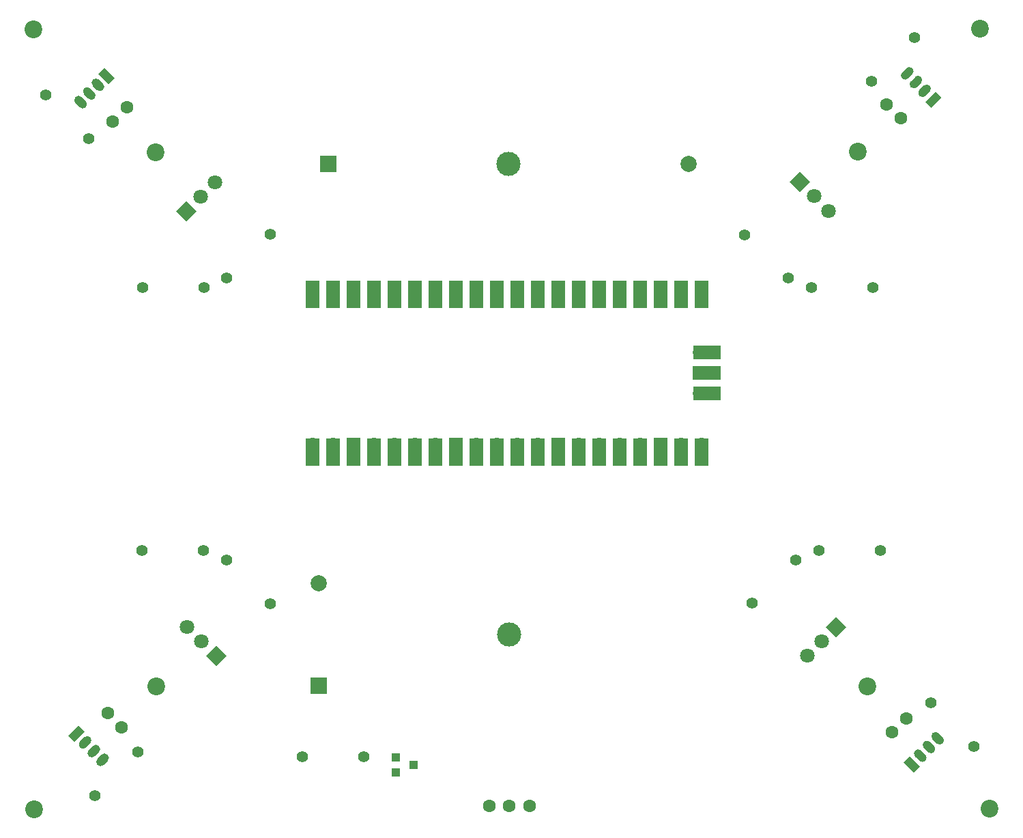
<source format=gbs>
G04 #@! TF.GenerationSoftware,KiCad,Pcbnew,(5.1.9)-1*
G04 #@! TF.CreationDate,2022-06-27T18:25:20-05:00*
G04 #@! TF.ProjectId,hom3c0ming_corsage,686f6d33-6330-46d6-996e-675f636f7273,4*
G04 #@! TF.SameCoordinates,Original*
G04 #@! TF.FileFunction,Soldermask,Bot*
G04 #@! TF.FilePolarity,Negative*
%FSLAX46Y46*%
G04 Gerber Fmt 4.6, Leading zero omitted, Abs format (unit mm)*
G04 Created by KiCad (PCBNEW (5.1.9)-1) date 2022-06-27 18:25:20*
%MOMM*%
%LPD*%
G01*
G04 APERTURE LIST*
%ADD10C,1.800000*%
%ADD11C,0.100000*%
%ADD12C,2.200000*%
%ADD13C,3.000000*%
%ADD14C,2.000000*%
%ADD15R,2.000000X2.000000*%
%ADD16C,1.600000*%
%ADD17O,1.700000X1.700000*%
%ADD18R,1.700000X1.700000*%
%ADD19R,1.700000X3.500000*%
%ADD20R,3.500000X1.700000*%
%ADD21R,1.100000X1.000000*%
%ADD22C,1.400000*%
G04 APERTURE END LIST*
D10*
X103464902Y-58333098D03*
X101668851Y-60129149D03*
D11*
G36*
X99872800Y-63197992D02*
G01*
X98600008Y-61925200D01*
X99872800Y-60652408D01*
X101145592Y-61925200D01*
X99872800Y-63197992D01*
G37*
D10*
X179588702Y-61859702D03*
X177792651Y-60063651D03*
D11*
G36*
X174723808Y-58267600D02*
G01*
X175996600Y-56994808D01*
X177269392Y-58267600D01*
X175996600Y-59540392D01*
X174723808Y-58267600D01*
G37*
D10*
X176897498Y-117028502D03*
X178693549Y-115232451D03*
D11*
G36*
X180489600Y-112163608D02*
G01*
X181762392Y-113436400D01*
X180489600Y-114709192D01*
X179216808Y-113436400D01*
X180489600Y-112163608D01*
G37*
D10*
X99989098Y-113425698D03*
X101785149Y-115221749D03*
D11*
G36*
X104853992Y-117017800D02*
G01*
X103581200Y-118290592D01*
X102308408Y-117017800D01*
X103581200Y-115745008D01*
X104853992Y-117017800D01*
G37*
G36*
X191547933Y-48325725D02*
G01*
X192820725Y-47052933D01*
X193577329Y-47809537D01*
X192304537Y-49082329D01*
X191547933Y-48325725D01*
G37*
G36*
G01*
X190848604Y-46869792D02*
X191364792Y-46353604D01*
G75*
G02*
X192121396Y-46353604I378302J-378302D01*
G01*
X192121396Y-46353604D01*
G75*
G02*
X192121396Y-47110208I-378302J-378302D01*
G01*
X191605208Y-47626396D01*
G75*
G02*
X190848604Y-47626396I-378302J378302D01*
G01*
X190848604Y-47626396D01*
G75*
G02*
X190848604Y-46869792I378302J378302D01*
G01*
G37*
G36*
G01*
X189770973Y-45792161D02*
X190287161Y-45275973D01*
G75*
G02*
X191043765Y-45275973I378302J-378302D01*
G01*
X191043765Y-45275973D01*
G75*
G02*
X191043765Y-46032577I-378302J-378302D01*
G01*
X190527577Y-46548765D01*
G75*
G02*
X189770973Y-46548765I-378302J378302D01*
G01*
X189770973Y-46548765D01*
G75*
G02*
X189770973Y-45792161I378302J378302D01*
G01*
G37*
G36*
G01*
X188693342Y-44714530D02*
X189209530Y-44198342D01*
G75*
G02*
X189966134Y-44198342I378302J-378302D01*
G01*
X189966134Y-44198342D01*
G75*
G02*
X189966134Y-44954946I-378302J-378302D01*
G01*
X189449946Y-45471134D01*
G75*
G02*
X188693342Y-45471134I-378302J378302D01*
G01*
X188693342Y-45471134D01*
G75*
G02*
X188693342Y-44714530I378302J378302D01*
G01*
G37*
G36*
X90263579Y-46184213D02*
G01*
X88990787Y-44911421D01*
X89747391Y-44154817D01*
X91020183Y-45427609D01*
X90263579Y-46184213D01*
G37*
G36*
G01*
X88807646Y-46883542D02*
X88291458Y-46367354D01*
G75*
G02*
X88291458Y-45610750I378302J378302D01*
G01*
X88291458Y-45610750D01*
G75*
G02*
X89048062Y-45610750I378302J-378302D01*
G01*
X89564250Y-46126938D01*
G75*
G02*
X89564250Y-46883542I-378302J-378302D01*
G01*
X89564250Y-46883542D01*
G75*
G02*
X88807646Y-46883542I-378302J378302D01*
G01*
G37*
G36*
G01*
X87730015Y-47961173D02*
X87213827Y-47444985D01*
G75*
G02*
X87213827Y-46688381I378302J378302D01*
G01*
X87213827Y-46688381D01*
G75*
G02*
X87970431Y-46688381I378302J-378302D01*
G01*
X88486619Y-47204569D01*
G75*
G02*
X88486619Y-47961173I-378302J-378302D01*
G01*
X88486619Y-47961173D01*
G75*
G02*
X87730015Y-47961173I-378302J378302D01*
G01*
G37*
G36*
G01*
X86652384Y-49038804D02*
X86136196Y-48522616D01*
G75*
G02*
X86136196Y-47766012I378302J378302D01*
G01*
X86136196Y-47766012D01*
G75*
G02*
X86892800Y-47766012I378302J-378302D01*
G01*
X87408988Y-48282200D01*
G75*
G02*
X87408988Y-49038804I-378302J-378302D01*
G01*
X87408988Y-49038804D01*
G75*
G02*
X86652384Y-49038804I-378302J378302D01*
G01*
G37*
G36*
X189612421Y-129482187D02*
G01*
X190885213Y-130754979D01*
X190128609Y-131511583D01*
X188855817Y-130238791D01*
X189612421Y-129482187D01*
G37*
G36*
G01*
X191068354Y-128782858D02*
X191584542Y-129299046D01*
G75*
G02*
X191584542Y-130055650I-378302J-378302D01*
G01*
X191584542Y-130055650D01*
G75*
G02*
X190827938Y-130055650I-378302J378302D01*
G01*
X190311750Y-129539462D01*
G75*
G02*
X190311750Y-128782858I378302J378302D01*
G01*
X190311750Y-128782858D01*
G75*
G02*
X191068354Y-128782858I378302J-378302D01*
G01*
G37*
G36*
G01*
X192145985Y-127705227D02*
X192662173Y-128221415D01*
G75*
G02*
X192662173Y-128978019I-378302J-378302D01*
G01*
X192662173Y-128978019D01*
G75*
G02*
X191905569Y-128978019I-378302J378302D01*
G01*
X191389381Y-128461831D01*
G75*
G02*
X191389381Y-127705227I378302J378302D01*
G01*
X191389381Y-127705227D01*
G75*
G02*
X192145985Y-127705227I378302J-378302D01*
G01*
G37*
G36*
G01*
X193223616Y-126627596D02*
X193739804Y-127143784D01*
G75*
G02*
X193739804Y-127900388I-378302J-378302D01*
G01*
X193739804Y-127900388D01*
G75*
G02*
X192983200Y-127900388I-378302J378302D01*
G01*
X192467012Y-127384200D01*
G75*
G02*
X192467012Y-126627596I378302J378302D01*
G01*
X192467012Y-126627596D01*
G75*
G02*
X193223616Y-126627596I378302J-378302D01*
G01*
G37*
G36*
X87276836Y-126440844D02*
G01*
X86004044Y-127713636D01*
X85247440Y-126957032D01*
X86520232Y-125684240D01*
X87276836Y-126440844D01*
G37*
G36*
G01*
X87976165Y-127896777D02*
X87459977Y-128412965D01*
G75*
G02*
X86703373Y-128412965I-378302J378302D01*
G01*
X86703373Y-128412965D01*
G75*
G02*
X86703373Y-127656361I378302J378302D01*
G01*
X87219561Y-127140173D01*
G75*
G02*
X87976165Y-127140173I378302J-378302D01*
G01*
X87976165Y-127140173D01*
G75*
G02*
X87976165Y-127896777I-378302J-378302D01*
G01*
G37*
G36*
G01*
X89053796Y-128974408D02*
X88537608Y-129490596D01*
G75*
G02*
X87781004Y-129490596I-378302J378302D01*
G01*
X87781004Y-129490596D01*
G75*
G02*
X87781004Y-128733992I378302J378302D01*
G01*
X88297192Y-128217804D01*
G75*
G02*
X89053796Y-128217804I378302J-378302D01*
G01*
X89053796Y-128217804D01*
G75*
G02*
X89053796Y-128974408I-378302J-378302D01*
G01*
G37*
G36*
G01*
X90131427Y-130052039D02*
X89615239Y-130568227D01*
G75*
G02*
X88858635Y-130568227I-378302J378302D01*
G01*
X88858635Y-130568227D01*
G75*
G02*
X88858635Y-129811623I378302J378302D01*
G01*
X89374823Y-129295435D01*
G75*
G02*
X90131427Y-129295435I378302J-378302D01*
G01*
X90131427Y-129295435D01*
G75*
G02*
X90131427Y-130052039I-378302J-378302D01*
G01*
G37*
D12*
X96202796Y-120847204D03*
X81000000Y-136050000D03*
X184347204Y-120797204D03*
X199550000Y-136000000D03*
X183197204Y-54502796D03*
X198400000Y-39300000D03*
X96102796Y-54602796D03*
X80900000Y-39400000D03*
D13*
X139855480Y-56022240D03*
D14*
X162205480Y-56022240D03*
D15*
X117505480Y-56022240D03*
D16*
X90735233Y-50789767D03*
X92503000Y-49022000D03*
X188564000Y-50419000D03*
X186796233Y-48651233D03*
X189191567Y-124775033D03*
X187423800Y-126542800D03*
X90119200Y-124155200D03*
X91886967Y-125922967D03*
X139954000Y-135636000D03*
X142454000Y-135636000D03*
X137454000Y-135636000D03*
D14*
X116300000Y-108050000D03*
D15*
X116300000Y-120750000D03*
D13*
X139925000Y-114400000D03*
D17*
X115570000Y-90890000D03*
X118110000Y-90890000D03*
D18*
X120650000Y-90890000D03*
D17*
X123190000Y-90890000D03*
X125730000Y-90890000D03*
X128270000Y-90890000D03*
X130810000Y-90890000D03*
D18*
X133350000Y-90890000D03*
D17*
X135890000Y-90890000D03*
X138430000Y-90890000D03*
X140970000Y-90890000D03*
X143510000Y-90890000D03*
D18*
X146050000Y-90890000D03*
D17*
X148590000Y-90890000D03*
X151130000Y-90890000D03*
X153670000Y-90890000D03*
X156210000Y-90890000D03*
D18*
X158750000Y-90890000D03*
D17*
X161290000Y-90890000D03*
X163830000Y-90890000D03*
X163830000Y-73110000D03*
X161290000Y-73110000D03*
D18*
X158750000Y-73110000D03*
D17*
X156210000Y-73110000D03*
X153670000Y-73110000D03*
X151130000Y-73110000D03*
X148590000Y-73110000D03*
D18*
X146050000Y-73110000D03*
D17*
X143510000Y-73110000D03*
X140970000Y-73110000D03*
X138430000Y-73110000D03*
X135890000Y-73110000D03*
D18*
X133350000Y-73110000D03*
D17*
X130810000Y-73110000D03*
X128270000Y-73110000D03*
X125730000Y-73110000D03*
X123190000Y-73110000D03*
D18*
X120650000Y-73110000D03*
D17*
X118110000Y-73110000D03*
X115570000Y-73110000D03*
D19*
X115570000Y-91790000D03*
X118110000Y-91790000D03*
X120650000Y-91790000D03*
X123190000Y-91790000D03*
X125730000Y-91790000D03*
X128270000Y-91790000D03*
X130810000Y-91790000D03*
X133350000Y-91790000D03*
X135890000Y-91790000D03*
X138430000Y-91790000D03*
X140970000Y-91790000D03*
X143510000Y-91790000D03*
X146050000Y-91790000D03*
X148590000Y-91790000D03*
X151130000Y-91790000D03*
X153670000Y-91790000D03*
X156210000Y-91790000D03*
X158750000Y-91790000D03*
X161290000Y-91790000D03*
X163830000Y-91790000D03*
X115570000Y-72210000D03*
X118110000Y-72210000D03*
X120650000Y-72210000D03*
X123190000Y-72210000D03*
X125730000Y-72210000D03*
X128270000Y-72210000D03*
X130810000Y-72210000D03*
X133350000Y-72210000D03*
X135890000Y-72210000D03*
X138430000Y-72210000D03*
X140970000Y-72210000D03*
X143510000Y-72210000D03*
X146050000Y-72210000D03*
X148590000Y-72210000D03*
X151130000Y-72210000D03*
X153670000Y-72210000D03*
X156210000Y-72210000D03*
X158750000Y-72210000D03*
X161290000Y-72210000D03*
X163830000Y-72210000D03*
D20*
X164500000Y-84540000D03*
D17*
X163600000Y-84540000D03*
D20*
X164500000Y-82000000D03*
D18*
X163600000Y-82000000D03*
D20*
X164500000Y-79460000D03*
D17*
X163600000Y-79460000D03*
D21*
X128100000Y-130556000D03*
X125900000Y-129606000D03*
X125900000Y-131506000D03*
D22*
X114300000Y-129540000D03*
X121920000Y-129540000D03*
X102108000Y-71374000D03*
X94488000Y-71374000D03*
X110280200Y-64770000D03*
X104892046Y-70158154D03*
X169157846Y-64842846D03*
X174546000Y-70231000D03*
X185061600Y-71399400D03*
X177441600Y-71399400D03*
X185969400Y-103962200D03*
X178349400Y-103962200D03*
X170069000Y-110540800D03*
X175457154Y-105152646D03*
X104876600Y-105181400D03*
X110264754Y-110569554D03*
X94361000Y-103987600D03*
X101981000Y-103987600D03*
X87811154Y-52886154D03*
X82423000Y-47498000D03*
X190246000Y-40386000D03*
X184857846Y-45774154D03*
X192223846Y-122881846D03*
X197612000Y-128270000D03*
X88519000Y-134366000D03*
X93907154Y-128977846D03*
M02*

</source>
